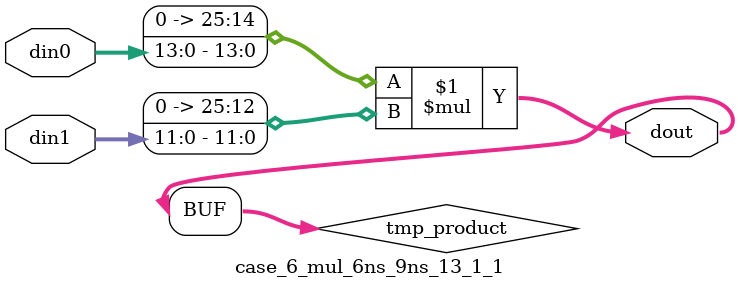
<source format=v>

`timescale 1 ns / 1 ps

 (* use_dsp = "no" *)  module case_6_mul_6ns_9ns_13_1_1(din0, din1, dout);
parameter ID = 1;
parameter NUM_STAGE = 0;
parameter din0_WIDTH = 14;
parameter din1_WIDTH = 12;
parameter dout_WIDTH = 26;

input [din0_WIDTH - 1 : 0] din0; 
input [din1_WIDTH - 1 : 0] din1; 
output [dout_WIDTH - 1 : 0] dout;

wire signed [dout_WIDTH - 1 : 0] tmp_product;
























assign tmp_product = $signed({1'b0, din0}) * $signed({1'b0, din1});











assign dout = tmp_product;





















endmodule

</source>
